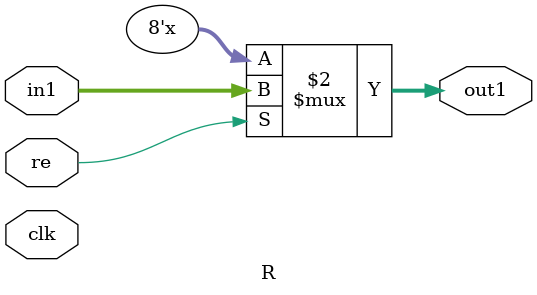
<source format=v>
`timescale 1ns / 1ps


module R(in1,out1,clk,re);
	input clk,re;
	input [7:0]in1;
	output [7:0]out1;
	reg [7:0]out1;
	
	always @(clk)
    begin
		if (re)
			out1 <= in1;
	end
	
endmodule

</source>
